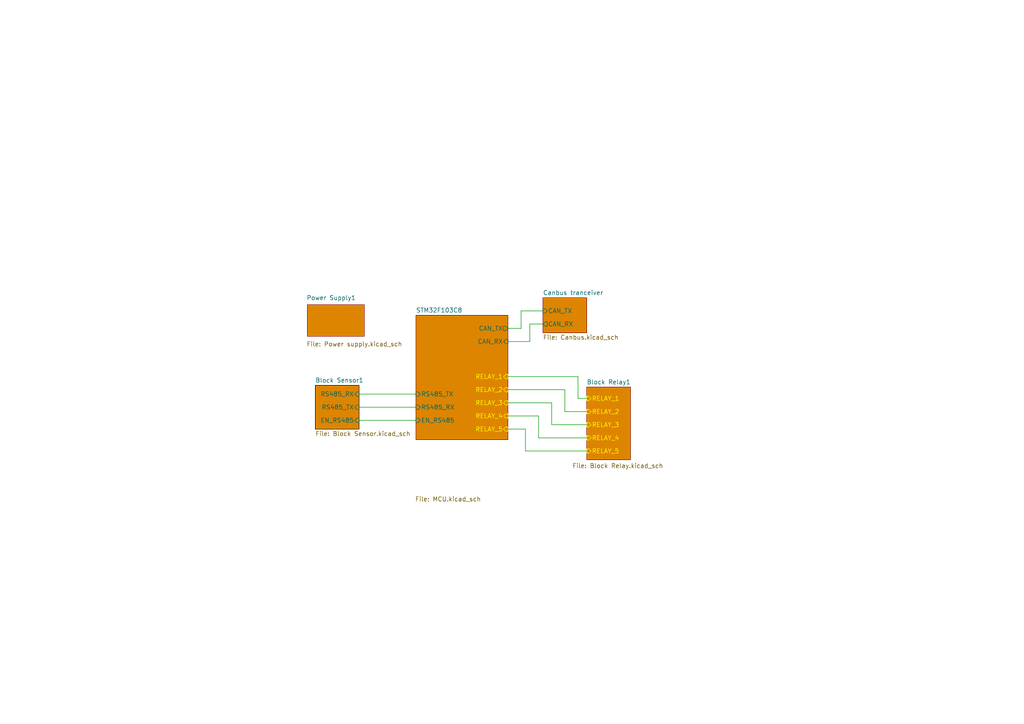
<source format=kicad_sch>
(kicad_sch
	(version 20231120)
	(generator "eeschema")
	(generator_version "8.0")
	(uuid "23b593ea-c141-4a1e-84a3-dae13e1e82b7")
	(paper "A4")
	(lib_symbols)
	(wire
		(pts
			(xy 160.02 123.19) (xy 170.18 123.19)
		)
		(stroke
			(width 0)
			(type default)
		)
		(uuid "17877917-ad81-4526-83c7-f0edfcce54c6")
	)
	(wire
		(pts
			(xy 104.14 114.3) (xy 120.65 114.3)
		)
		(stroke
			(width 0)
			(type default)
		)
		(uuid "1ed098b7-07c8-44b4-99d6-de96e7a04a81")
	)
	(wire
		(pts
			(xy 167.64 115.57) (xy 170.18 115.57)
		)
		(stroke
			(width 0)
			(type default)
		)
		(uuid "2fe452b1-6181-44a9-a2f6-69fdd7947cc0")
	)
	(wire
		(pts
			(xy 167.64 109.22) (xy 147.32 109.22)
		)
		(stroke
			(width 0)
			(type default)
		)
		(uuid "34d1b8b7-c5a6-48e9-b437-d2177967a70a")
	)
	(wire
		(pts
			(xy 156.21 127) (xy 170.18 127)
		)
		(stroke
			(width 0)
			(type default)
		)
		(uuid "35a6ce50-64ac-4080-80b3-9b481b1cd2ea")
	)
	(wire
		(pts
			(xy 160.02 116.84) (xy 147.32 116.84)
		)
		(stroke
			(width 0)
			(type default)
		)
		(uuid "3f5cba52-e834-42a3-95f9-c5221dfdeaf2")
	)
	(wire
		(pts
			(xy 152.4 124.46) (xy 147.32 124.46)
		)
		(stroke
			(width 0)
			(type default)
		)
		(uuid "4450ef34-672c-46eb-94f8-0064e3e3faa0")
	)
	(wire
		(pts
			(xy 153.67 93.98) (xy 153.67 99.06)
		)
		(stroke
			(width 0)
			(type default)
		)
		(uuid "55322ff1-5e3c-4cf6-ac92-40f8cf415819")
	)
	(wire
		(pts
			(xy 163.83 113.03) (xy 147.32 113.03)
		)
		(stroke
			(width 0)
			(type default)
		)
		(uuid "6f40d83f-1783-402a-979d-4935a2e65647")
	)
	(wire
		(pts
			(xy 152.4 130.81) (xy 170.18 130.81)
		)
		(stroke
			(width 0)
			(type default)
		)
		(uuid "78c7dfc9-2d7a-4c1f-9a3b-1c5bf47c7a0b")
	)
	(wire
		(pts
			(xy 104.14 118.11) (xy 120.65 118.11)
		)
		(stroke
			(width 0)
			(type default)
		)
		(uuid "7980d69d-b6a4-47ed-9e7a-031c03f7c9ee")
	)
	(wire
		(pts
			(xy 163.83 119.38) (xy 170.18 119.38)
		)
		(stroke
			(width 0)
			(type default)
		)
		(uuid "7a55d4b5-82bf-403f-89e3-c65d035420a4")
	)
	(wire
		(pts
			(xy 152.4 130.81) (xy 152.4 124.46)
		)
		(stroke
			(width 0)
			(type default)
		)
		(uuid "8ad0c735-6e06-4880-86a0-20721fc435d1")
	)
	(wire
		(pts
			(xy 104.14 121.92) (xy 120.65 121.92)
		)
		(stroke
			(width 0)
			(type default)
		)
		(uuid "8ea8214e-d375-4288-88ff-1e07c0c10892")
	)
	(wire
		(pts
			(xy 151.13 90.17) (xy 157.48 90.17)
		)
		(stroke
			(width 0)
			(type default)
		)
		(uuid "9dcec471-816d-41dc-abb6-306db9defbcf")
	)
	(wire
		(pts
			(xy 156.21 120.65) (xy 147.32 120.65)
		)
		(stroke
			(width 0)
			(type default)
		)
		(uuid "a01bc9ab-11cc-47d0-83e8-147ac05a47b6")
	)
	(wire
		(pts
			(xy 163.83 119.38) (xy 163.83 113.03)
		)
		(stroke
			(width 0)
			(type default)
		)
		(uuid "c4350079-a407-4ac0-81dc-d59c7c44a40a")
	)
	(wire
		(pts
			(xy 157.48 93.98) (xy 153.67 93.98)
		)
		(stroke
			(width 0)
			(type default)
		)
		(uuid "de0d31af-0719-4f9e-a123-bd682d85301f")
	)
	(wire
		(pts
			(xy 156.21 127) (xy 156.21 120.65)
		)
		(stroke
			(width 0)
			(type default)
		)
		(uuid "e3d5f581-1a8e-4ba4-bf7d-aba7dacbf610")
	)
	(wire
		(pts
			(xy 151.13 95.25) (xy 151.13 90.17)
		)
		(stroke
			(width 0)
			(type default)
		)
		(uuid "f0874868-701e-4cc5-b17b-d2a7ac60233b")
	)
	(wire
		(pts
			(xy 147.32 95.25) (xy 151.13 95.25)
		)
		(stroke
			(width 0)
			(type default)
		)
		(uuid "f1ad5067-e153-46ee-92db-59220d015dd9")
	)
	(wire
		(pts
			(xy 153.67 99.06) (xy 147.32 99.06)
		)
		(stroke
			(width 0)
			(type default)
		)
		(uuid "f229371e-ab96-4f97-b1e6-ae280688d62e")
	)
	(wire
		(pts
			(xy 160.02 123.19) (xy 160.02 116.84)
		)
		(stroke
			(width 0)
			(type default)
		)
		(uuid "f3a505d3-f82d-46e9-b225-e85d838e814e")
	)
	(wire
		(pts
			(xy 167.64 115.57) (xy 167.64 109.22)
		)
		(stroke
			(width 0)
			(type default)
		)
		(uuid "f4c34332-1840-49d2-b853-5818d6d6d8af")
	)
	(sheet
		(at 91.44 111.76)
		(size 12.7 12.7)
		(fields_autoplaced yes)
		(stroke
			(width 0.1524)
			(type solid)
			(color 0 0 0 1)
		)
		(fill
			(color 221 133 0 1.0000)
		)
		(uuid "8f835ad3-c2cc-4f7e-9766-2e7525ceefc9")
		(property "Sheetname" "Block Sensor1"
			(at 91.44 111.0484 0)
			(effects
				(font
					(size 1.27 1.27)
				)
				(justify left bottom)
			)
		)
		(property "Sheetfile" "Block Sensor.kicad_sch"
			(at 91.44 125.0446 0)
			(effects
				(font
					(size 1.27 1.27)
				)
				(justify left top)
			)
		)
		(pin "RS485_RX" input
			(at 104.14 114.3 0)
			(effects
				(font
					(size 1.27 1.27)
				)
				(justify right)
			)
			(uuid "ae196fcf-8294-420c-8250-d7186bcaf164")
		)
		(pin "RS485_TX" input
			(at 104.14 118.11 0)
			(effects
				(font
					(size 1.27 1.27)
				)
				(justify right)
			)
			(uuid "f4015db4-6ee3-4416-89b3-98a227dfc565")
		)
		(pin "EN_RS485" input
			(at 104.14 121.92 0)
			(effects
				(font
					(size 1.27 1.27)
				)
				(justify right)
			)
			(uuid "6eb6b9aa-fd17-4c41-8f21-c00761bd5700")
		)
		(instances
			(project "HydroB V2"
				(path "/0a8bb8df-6bdd-4d10-933b-144d3fa4f517/b5cea501-254b-4c6a-af47-d8c013c279ab"
					(page "3")
				)
			)
		)
	)
	(sheet
		(at 170.18 112.268)
		(size 12.7 21.082)
		(stroke
			(width 0.1524)
			(type solid)
		)
		(fill
			(color 221 133 0 1.0000)
		)
		(uuid "bce2cdfd-751e-4af0-a2eb-f587a83428f4")
		(property "Sheetname" "Block Relay1"
			(at 170.18 111.5564 0)
			(effects
				(font
					(size 1.27 1.27)
				)
				(justify left bottom)
			)
		)
		(property "Sheetfile" "Block Relay.kicad_sch"
			(at 165.989 134.366 0)
			(effects
				(font
					(size 1.27 1.27)
				)
				(justify left top)
			)
		)
		(pin "RELAY_5" input
			(at 170.18 130.81 180)
			(effects
				(font
					(size 1.27 1.27)
					(color 255 255 0 1)
				)
				(justify left)
			)
			(uuid "cbefed75-8609-461d-997f-99cde797d4fa")
		)
		(pin "RELAY_4" input
			(at 170.18 127 180)
			(effects
				(font
					(size 1.27 1.27)
					(color 255 255 0 1)
				)
				(justify left)
			)
			(uuid "cb2739cf-e277-42a4-8f79-2f9c8546b8b7")
		)
		(pin "RELAY_3" input
			(at 170.18 123.19 180)
			(effects
				(font
					(size 1.27 1.27)
					(color 255 255 0 1)
				)
				(justify left)
			)
			(uuid "3e110557-d04e-4514-b2a3-713b9a8bc08e")
		)
		(pin "RELAY_2" input
			(at 170.18 119.38 180)
			(effects
				(font
					(size 1.27 1.27)
					(color 255 255 0 1)
				)
				(justify left)
			)
			(uuid "28fab704-1db6-4af2-a32c-a7dacc79653f")
		)
		(pin "RELAY_1" input
			(at 170.18 115.57 180)
			(effects
				(font
					(size 1.27 1.27)
					(color 255 255 0 1)
				)
				(justify left)
			)
			(uuid "a80a102d-ff8c-448d-b1bd-d6c72b624a5b")
		)
		(instances
			(project "HydroB V2"
				(path "/0a8bb8df-6bdd-4d10-933b-144d3fa4f517/b5cea501-254b-4c6a-af47-d8c013c279ab"
					(page "2")
				)
			)
		)
	)
	(sheet
		(at 157.48 86.36)
		(size 12.7 10.16)
		(fields_autoplaced yes)
		(stroke
			(width 0.1524)
			(type solid)
		)
		(fill
			(color 221 133 0 1.0000)
		)
		(uuid "c3637c88-c6a2-4b34-bb60-5c689faa68ea")
		(property "Sheetname" "Canbus tranceiver "
			(at 157.48 85.6484 0)
			(effects
				(font
					(size 1.27 1.27)
				)
				(justify left bottom)
			)
		)
		(property "Sheetfile" "Canbus.kicad_sch"
			(at 157.48 97.1046 0)
			(effects
				(font
					(size 1.27 1.27)
				)
				(justify left top)
			)
		)
		(pin "CAN_TX" input
			(at 157.48 90.17 180)
			(effects
				(font
					(size 1.27 1.27)
				)
				(justify left)
			)
			(uuid "82c6f039-8053-454d-b6c7-1df94d37d1e0")
		)
		(pin "CAN_RX" output
			(at 157.48 93.98 180)
			(effects
				(font
					(size 1.27 1.27)
				)
				(justify left)
			)
			(uuid "aa12d822-033d-4b3f-8440-1646ffe45279")
		)
		(instances
			(project "HydroB V2"
				(path "/0a8bb8df-6bdd-4d10-933b-144d3fa4f517/b5cea501-254b-4c6a-af47-d8c013c279ab"
					(page "7")
				)
			)
		)
	)
	(sheet
		(at 89.154 88.392)
		(size 16.51 9.144)
		(stroke
			(width 0.1524)
			(type solid)
		)
		(fill
			(color 221 133 0 1.0000)
		)
		(uuid "d50825f3-7645-4f22-8c9c-6a6002c3efba")
		(property "Sheetname" "Power Supply1"
			(at 88.9 87.122 0)
			(effects
				(font
					(size 1.27 1.27)
				)
				(justify left bottom)
			)
		)
		(property "Sheetfile" "Power supply.kicad_sch"
			(at 88.9 99.06 0)
			(effects
				(font
					(size 1.27 1.27)
				)
				(justify left top)
			)
		)
		(instances
			(project "HydroB V2"
				(path "/0a8bb8df-6bdd-4d10-933b-144d3fa4f517/b5cea501-254b-4c6a-af47-d8c013c279ab"
					(page "5")
				)
			)
		)
	)
	(sheet
		(at 120.65 91.44)
		(size 26.67 36.068)
		(stroke
			(width 0.1524)
			(type solid)
		)
		(fill
			(color 221 133 0 1.0000)
		)
		(uuid "ec9ee8ef-fc9d-4925-9304-49bf7b4d5612")
		(property "Sheetname" "STM32F103C8"
			(at 120.65 90.7284 0)
			(effects
				(font
					(size 1.27 1.27)
				)
				(justify left bottom)
			)
		)
		(property "Sheetfile" "MCU.kicad_sch"
			(at 120.396 144.018 0)
			(effects
				(font
					(size 1.27 1.27)
				)
				(justify left top)
			)
		)
		(pin "RS485_RX" input
			(at 120.65 118.11 180)
			(effects
				(font
					(size 1.27 1.27)
				)
				(justify left)
			)
			(uuid "57d186be-7994-478e-b3cd-f39cb07a6170")
		)
		(pin "RS485_TX" input
			(at 120.65 114.3 180)
			(effects
				(font
					(size 1.27 1.27)
				)
				(justify left)
			)
			(uuid "166a6298-b313-49f3-9000-883dcf26bbd6")
		)
		(pin "EN_RS485" input
			(at 120.65 121.92 180)
			(effects
				(font
					(size 1.27 1.27)
				)
				(justify left)
			)
			(uuid "552edf02-2c18-40b0-95ff-d4e9b2749e8f")
		)
		(pin "RELAY_5" input
			(at 147.32 124.46 0)
			(effects
				(font
					(size 1.27 1.27)
					(color 255 255 0 1)
				)
				(justify right)
			)
			(uuid "2bcd95e7-5282-4d5d-b667-b12ae1cbe27a")
		)
		(pin "RELAY_4" input
			(at 147.32 120.65 0)
			(effects
				(font
					(size 1.27 1.27)
					(color 255 255 0 1)
				)
				(justify right)
			)
			(uuid "350d3819-3d7e-40bd-99dd-cf672ebd3bb8")
		)
		(pin "RELAY_2" input
			(at 147.32 113.03 0)
			(effects
				(font
					(size 1.27 1.27)
					(color 255 255 0 1)
				)
				(justify right)
			)
			(uuid "76a29bdc-c090-4619-8c91-5e29f803cddf")
		)
		(pin "RELAY_3" input
			(at 147.32 116.84 0)
			(effects
				(font
					(size 1.27 1.27)
					(color 255 255 0 1)
				)
				(justify right)
			)
			(uuid "58532990-3ee5-4112-b377-882a1134ee1b")
		)
		(pin "RELAY_1" input
			(at 147.32 109.22 0)
			(effects
				(font
					(size 1.27 1.27)
					(color 255 255 0 1)
				)
				(justify right)
			)
			(uuid "ab5dbf5d-1aea-4a70-ae44-07bc564f34e0")
		)
		(pin "CAN_TX" output
			(at 147.32 95.25 0)
			(effects
				(font
					(size 1.27 1.27)
				)
				(justify right)
			)
			(uuid "03d2bdda-b89e-4207-9f34-94730f21ecad")
		)
		(pin "CAN_RX" input
			(at 147.32 99.06 0)
			(effects
				(font
					(size 1.27 1.27)
				)
				(justify right)
			)
			(uuid "5b382602-bf57-47db-bebf-6f734f3c2bd3")
		)
		(instances
			(project "HydroB V2"
				(path "/0a8bb8df-6bdd-4d10-933b-144d3fa4f517/b5cea501-254b-4c6a-af47-d8c013c279ab"
					(page "4")
				)
			)
		)
	)
)
</source>
